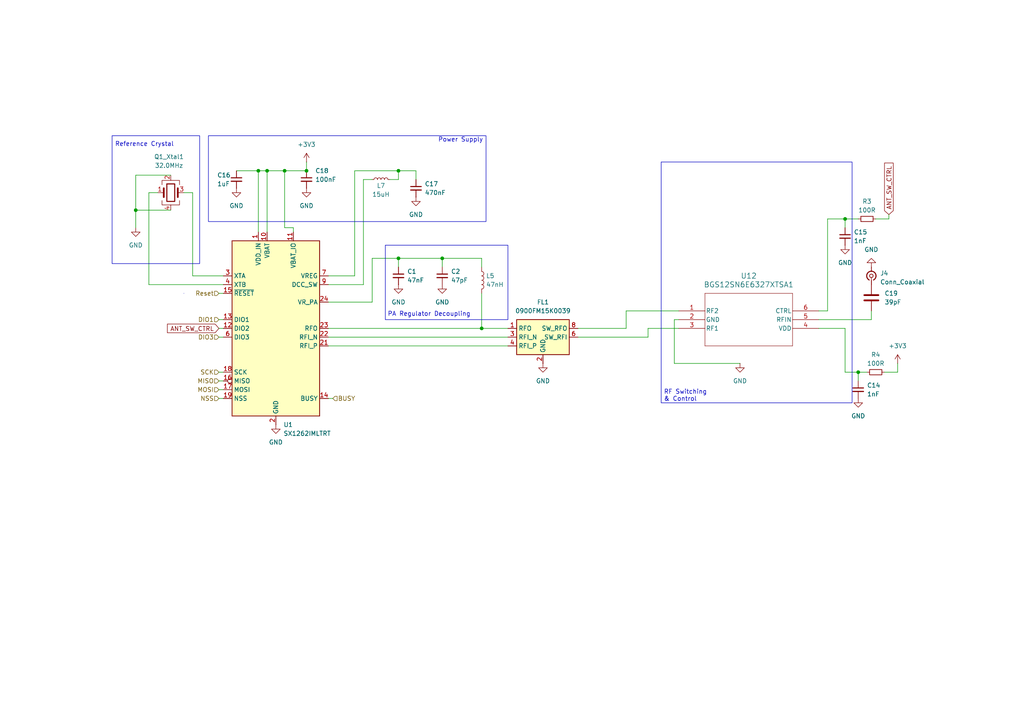
<source format=kicad_sch>
(kicad_sch (version 20231120) (generator "eeschema") (generator_version "8.0")
  (paper "A4")
  (title_block (title "LoRA Radio"))
  (lib_symbols
    (symbol "BGS12SN6:BGS12SN6E6327XTSA1" (pin_names (offset 0.254))
      (property "Reference" "U" (at 20.32 10.16 0))
      (property "Value" "BGS12SN6E6327XTSA1" (at 20.32 7.62 0))
      (symbol "BGS12SN6E6327XTSA1_0_1"
        (polyline (pts (xy 7.62 -10.16) (xy 33.02 -10.16)) (stroke (width 0.127)))
        (polyline (pts (xy 7.62 5.08) (xy 7.62 -10.16)) (stroke (width 0.127)))
        (polyline (pts (xy 33.02 -10.16) (xy 33.02 5.08)) (stroke (width 0.127)))
        (polyline (pts (xy 33.02 5.08) (xy 7.62 5.08)) (stroke (width 0.127)))
        (pin bidirectional line (at 0 0 0) (length 7.62) (name "RF2") (number "1"))
        (pin power_out line (at 0 -2.54 0) (length 7.62) (name "GND") (number "2"))
        (pin bidirectional line (at 0 -5.08 0) (length 7.62) (name "RF1") (number "3"))
        (pin power_in line (at 40.64 -5.08 180) (length 7.62) (name "VDD") (number "4"))
        (pin bidirectional line (at 40.64 -2.54 180) (length 7.62) (name "RFIN") (number "5"))
        (pin input line (at 40.64 0 180) (length 7.62) (name "CTRL") (number "6"))
      )
    )
    (symbol "Connector:Conn_Coaxial_Small" (pin_numbers hide) (pin_names (offset 1.016) hide)
      (property "Reference" "J" (at 0.254 3.048 0))
      (property "Value" "Conn_Coaxial_Small" (at 0 -3.81 0))
      (symbol "Conn_Coaxial_Small_0_1"
        (polyline (pts (xy -2.54 0) (xy -0.508 0)))
        (circle (center 0 0) (radius 0.508) (stroke (width 0.2032)))
      )
      (symbol "Conn_Coaxial_Small_1_1"
        (arc (start -1.1916 -0.6311) (mid 0.327 -1.3081) (end 1.3484 0.0039) (stroke (width 0.3048)))
        (arc (start 1.3484 -0.0039) (mid 0.327 1.3081) (end -1.1916 0.6311) (stroke (width 0.3048)))
        (pin passive line (at -2.54 0 0) (length 1.27) (name "In") (number "1"))
        (pin passive line (at 2.54 0 180) (length 1.27) (name "Ext") (number "2"))
      )
    )
    (symbol "Device:C" (pin_numbers hide) (pin_names (offset 0.254))
      (property "Reference" "C" (at 0.635 2.54 0))
      (property "Value" "C" (at 0.635 -2.54 0))
      (symbol "C_0_1"
        (polyline (pts (xy -2.032 -0.762) (xy 2.032 -0.762)) (stroke (width 0.508)))
        (polyline (pts (xy -2.032 0.762) (xy 2.032 0.762)) (stroke (width 0.508)))
      )
      (symbol "C_1_1"
        (pin passive line (at 0 3.81 270) (length 2.794) (name "~") (number "1"))
        (pin passive line (at 0 -3.81 90) (length 2.794) (name "~") (number "2"))
      )
    )
    (symbol "Device:C_Small" (pin_numbers hide) (pin_names (offset 0.254) hide)
      (property "Reference" "C" (at 0.254 1.778 0))
      (property "Value" "C_Small" (at 0.254 -2.032 0))
      (symbol "C_Small_0_1"
        (polyline (pts (xy -1.524 -0.508) (xy 1.524 -0.508)) (stroke (width 0.3302)))
        (polyline (pts (xy -1.524 0.508) (xy 1.524 0.508)) (stroke (width 0.3048)))
      )
      (symbol "C_Small_1_1"
        (pin passive line (at 0 2.54 270) (length 2.032) (name "~") (number "1"))
        (pin passive line (at 0 -2.54 90) (length 2.032) (name "~") (number "2"))
      )
    )
    (symbol "Device:Crystal_GND24" (pin_names (offset 1.016) hide)
      (property "Reference" "Y" (at 3.175 5.08 0))
      (property "Value" "Crystal_GND24" (at 3.175 3.175 0))
      (symbol "Crystal_GND24_0_1"
        (rectangle (start -1.143 2.54) (end 1.143 -2.54) (stroke (width 0.3048)))
        (polyline (pts (xy -2.54 0) (xy -2.032 0)))
        (polyline (pts (xy -2.032 -1.27) (xy -2.032 1.27)) (stroke (width 0.508)))
        (polyline (pts (xy 0 -3.81) (xy 0 -3.556)))
        (polyline (pts (xy 0 3.556) (xy 0 3.81)))
        (polyline (pts (xy 2.032 -1.27) (xy 2.032 1.27)) (stroke (width 0.508)))
        (polyline (pts (xy 2.032 0) (xy 2.54 0)))
        (polyline (pts (xy -2.54 -2.286) (xy -2.54 -3.556) (xy 2.54 -3.556) (xy 2.54 -2.286)))
        (polyline (pts (xy -2.54 2.286) (xy -2.54 3.556) (xy 2.54 3.556) (xy 2.54 2.286)))
      )
      (symbol "Crystal_GND24_1_1"
        (pin passive line (at -3.81 0 0) (length 1.27) (name "1") (number "1"))
        (pin passive line (at 0 5.08 270) (length 1.27) (name "2") (number "2"))
        (pin passive line (at 3.81 0 180) (length 1.27) (name "3") (number "3"))
        (pin passive line (at 0 -5.08 90) (length 1.27) (name "4") (number "4"))
      )
    )
    (symbol "Device:L" (pin_numbers hide) (pin_names (offset 1.016) hide)
      (property "Reference" "L" (at -1.27 0 90))
      (property "Value" "L" (at 1.905 0 90))
      (symbol "L_0_1"
        (arc (start 0 -2.54) (mid 0.6323 -1.905) (end 0 -1.27))
        (arc (start 0 -1.27) (mid 0.6323 -0.635) (end 0 0))
        (arc (start 0 0) (mid 0.6323 0.635) (end 0 1.27))
        (arc (start 0 1.27) (mid 0.6323 1.905) (end 0 2.54))
      )
      (symbol "L_1_1"
        (pin passive line (at 0 3.81 270) (length 1.27) (name "1") (number "1"))
        (pin passive line (at 0 -3.81 90) (length 1.27) (name "2") (number "2"))
      )
    )
    (symbol "Device:L_Small" (pin_numbers hide) (pin_names (offset 0.254) hide)
      (property "Reference" "L" (at 0.762 1.016 0))
      (property "Value" "L_Small" (at 0.762 -1.016 0))
      (symbol "L_Small_0_1"
        (arc (start 0 -2.032) (mid 0.5058 -1.524) (end 0 -1.016))
        (arc (start 0 -1.016) (mid 0.5058 -0.508) (end 0 0))
        (arc (start 0 0) (mid 0.5058 0.508) (end 0 1.016))
        (arc (start 0 1.016) (mid 0.5058 1.524) (end 0 2.032))
      )
      (symbol "L_Small_1_1"
        (pin passive line (at 0 2.54 270) (length 0.508) (name "~") (number "1"))
        (pin passive line (at 0 -2.54 90) (length 0.508) (name "~") (number "2"))
      )
    )
    (symbol "Device:R_Small" (pin_numbers hide) (pin_names (offset 0.254) hide)
      (property "Reference" "R" (at 0.762 0.508 0))
      (property "Value" "R_Small" (at 0.762 -1.016 0))
      (symbol "R_Small_0_1"
        (rectangle (start -0.762 1.778) (end 0.762 -1.778) (stroke (width 0.2032)))
      )
      (symbol "R_Small_1_1"
        (pin passive line (at 0 2.54 270) (length 0.762) (name "~") (number "1"))
        (pin passive line (at 0 -2.54 90) (length 0.762) (name "~") (number "2"))
      )
    )
    (symbol "Filter:0900FM15K0039"
      (property "Reference" "FL" (at -6.35 -6.35 0))
      (property "Value" "0900FM15K0039" (at 0 6.35 0))
      (symbol "0900FM15K0039_0_0"
        (pin passive line (at -10.16 2.54 0) (length 2.54) (name "RFO") (number "1"))
        (pin passive line (at 0 -7.62 90) (length 2.54) hide (name "GND") (number "10"))
        (pin power_in line (at 0 -7.62 90) (length 2.54) (name "GND") (number "2"))
        (pin passive line (at -10.16 0 0) (length 2.54) (name "RFI_N") (number "3"))
        (pin passive line (at -10.16 -2.54 0) (length 2.54) (name "RFI_P") (number "4"))
        (pin passive line (at 0 -7.62 90) (length 2.54) hide (name "GND") (number "5"))
        (pin passive line (at 10.16 0 180) (length 2.54) (name "SW_RFI") (number "6"))
        (pin passive line (at 0 -7.62 90) (length 2.54) hide (name "GND") (number "7"))
        (pin passive line (at 10.16 2.54 180) (length 2.54) (name "SW_RFO") (number "8"))
        (pin passive line (at 0 -7.62 90) (length 2.54) hide (name "GND") (number "9"))
      )
      (symbol "0900FM15K0039_0_1"
        (rectangle (start -7.62 5.08) (end 7.62 -5.08) (stroke (width 0.254)) (fill (type background)))
      )
    )
    (symbol "RF:SX1262IMLTRT"
      (property "Reference" "U" (at 13.97 24.13 0))
      (property "Value" "SX1262IMLTRT" (at 13.97 21.59 0))
      (symbol "SX1262IMLTRT_0_1"
        (rectangle (start -12.7 25.4) (end 12.7 -25.4) (stroke (width 0.254)) (fill (type background)))
      )
      (symbol "SX1262IMLTRT_1_1"
        (pin power_in line (at -5.08 27.94 270) (length 2.54) (name "VDD_IN") (number "1"))
        (pin power_in line (at -2.54 27.94 270) (length 2.54) (name "VBAT") (number "10"))
        (pin power_in line (at 5.08 27.94 270) (length 2.54) (name "VBAT_IO") (number "11"))
        (pin bidirectional line (at -15.24 0 0) (length 2.54) (name "DIO2") (number "12"))
        (pin bidirectional line (at -15.24 2.54 0) (length 2.54) (name "DIO1") (number "13"))
        (pin output line (at 15.24 -20.32 180) (length 2.54) (name "BUSY") (number "14"))
        (pin input line (at -15.24 10.16 0) (length 2.54) (name "~{RESET}") (number "15"))
        (pin tri_state inverted (at -15.24 -15.24 0) (length 2.54) (name "MISO") (number "16"))
        (pin input line (at -15.24 -17.78 0) (length 2.54) (name "MOSI") (number "17"))
        (pin input line (at -15.24 -12.7 0) (length 2.54) (name "SCK") (number "18"))
        (pin input line (at -15.24 -20.32 0) (length 2.54) (name "NSS") (number "19"))
        (pin power_in line (at 0 -27.94 90) (length 2.54) (name "GND") (number "2"))
        (pin passive line (at 0 -27.94 90) (length 2.54) hide (name "GND") (number "20"))
        (pin input line (at 15.24 -5.08 180) (length 2.54) (name "RFI_P") (number "21"))
        (pin input line (at 15.24 -2.54 180) (length 2.54) (name "RFI_N") (number "22"))
        (pin output line (at 15.24 0 180) (length 2.54) (name "RFO") (number "23"))
        (pin power_out line (at 15.24 7.62 180) (length 2.54) (name "VR_PA") (number "24"))
        (pin passive line (at 0 -27.94 90) (length 2.54) hide (name "GND") (number "25"))
        (pin bidirectional line (at -15.24 15.24 0) (length 2.54) (name "XTA") (number "3"))
        (pin bidirectional line (at -15.24 12.7 0) (length 2.54) (name "XTB") (number "4"))
        (pin passive line (at 0 -27.94 90) (length 2.54) hide (name "GND") (number "5"))
        (pin bidirectional line (at -15.24 -2.54 0) (length 2.54) (name "DIO3") (number "6"))
        (pin power_out line (at 15.24 15.24 180) (length 2.54) (name "VREG") (number "7"))
        (pin passive line (at 0 -27.94 90) (length 2.54) hide (name "GND") (number "8"))
        (pin power_out line (at 15.24 12.7 180) (length 2.54) (name "DCC_SW") (number "9"))
      )
    )
    (symbol "power:+3V3" (power) (pin_numbers hide) (pin_names (offset 0) hide)
      (property "Value" "+3V3" (at 0 3.556 0))
      (symbol "+3V3_0_1"
        (polyline (pts (xy -0.762 1.27) (xy 0 2.54)))
        (polyline (pts (xy 0 0) (xy 0 2.54)))
        (polyline (pts (xy 0 2.54) (xy 0.762 1.27)))
      )
      (symbol "+3V3_1_1"
        (pin power_in line (at 0 0 90) (length 0) (name "~") (number "1"))
      )
    )
    (symbol "power:GND" (power) (pin_numbers hide) (pin_names (offset 0) hide)
      (property "Value" "GND" (at 0 -3.81 0))
      (symbol "GND_0_1"
        (polyline (pts (xy 0 0) (xy 0 -1.27) (xy 1.27 -1.27) (xy 0 -2.54) (xy -1.27 -1.27) (xy 0 -1.27)))
      )
      (symbol "GND_1_1"
        (pin power_in line (at 0 0 270) (length 0) (name "~") (number "1"))
      )
    )
  )
  (junction (at 39.37 60.96))
  (junction (at 88.9 49.53))
  (junction (at 77.47 49.53))
  (junction (at 128.27 74.93))
  (junction (at 245.11 63.5))
  (junction (at 248.92 107.95))
  (junction (at 115.57 74.93))
  (junction (at 82.55 49.53))
  (junction (at 115.57 49.53))
  (junction (at 139.7 95.25))
  (junction (at 74.93 49.53))
  (wire (pts (xy 63.5 115.57) (xy 64.77 115.57)))
  (wire (pts (xy 128.27 74.93) (xy 139.7 74.93)))
  (wire (pts (xy 43.18 82.55) (xy 64.77 82.55)))
  (wire (pts (xy 128.27 77.47) (xy 128.27 74.93)))
  (wire (pts (xy 181.61 95.25) (xy 167.64 95.25)))
  (wire (pts (xy 139.7 85.09) (xy 139.7 95.25)))
  (wire (pts (xy 39.37 50.8) (xy 39.37 60.96)))
  (wire (pts (xy 105.41 82.55) (xy 95.25 82.55)))
  (wire (pts (xy 195.58 105.41) (xy 214.63 105.41)))
  (wire (pts (xy 63.5 92.71) (xy 64.77 92.71)))
  (wire (pts (xy 113.03 52.07) (xy 115.57 52.07)))
  (wire (pts (xy 139.7 77.47) (xy 139.7 74.93)))
  (wire (pts (xy 257.81 62.23) (xy 257.81 63.5)))
  (wire (pts (xy 85.09 67.31) (xy 85.09 66.04)))
  (wire (pts (xy 260.35 105.41) (xy 260.35 107.95)))
  (wire (pts (xy 95.25 87.63) (xy 107.95 87.63)))
  (wire (pts (xy 245.11 95.25) (xy 237.49 95.25)))
  (wire (pts (xy 256.54 107.95) (xy 260.35 107.95)))
  (wire (pts (xy 187.96 97.79) (xy 187.96 95.25)))
  (wire (pts (xy 252.73 92.71) (xy 252.73 90.17)))
  (wire (pts (xy 195.58 92.71) (xy 195.58 105.41)))
  (wire (pts (xy 77.47 49.53) (xy 77.47 67.31)))
  (wire (pts (xy 68.58 49.53) (xy 74.93 49.53)))
  (wire (pts (xy 115.57 49.53) (xy 115.57 52.07)))
  (wire (pts (xy 49.53 50.8) (xy 39.37 50.8)))
  (wire (pts (xy 240.03 90.17) (xy 237.49 90.17)))
  (wire (pts (xy 120.65 49.53) (xy 120.65 52.07)))
  (wire (pts (xy 181.61 90.17) (xy 196.85 90.17)))
  (wire (pts (xy 105.41 52.07) (xy 107.95 52.07)))
  (wire (pts (xy 74.93 49.53) (xy 74.93 67.31)))
  (wire (pts (xy 167.64 97.79) (xy 187.96 97.79)))
  (wire (pts (xy 63.5 85.09) (xy 64.77 85.09)))
  (wire (pts (xy 187.96 95.25) (xy 196.85 95.25)))
  (wire (pts (xy 245.11 63.5) (xy 245.11 66.04)))
  (wire (pts (xy 88.9 46.99) (xy 88.9 49.53)))
  (wire (pts (xy 82.55 49.53) (xy 88.9 49.53)))
  (wire (pts (xy 95.25 95.25) (xy 139.7 95.25)))
  (wire (pts (xy 63.5 110.49) (xy 64.77 110.49)))
  (wire (pts (xy 82.55 49.53) (xy 82.55 66.04)))
  (wire (pts (xy 245.11 63.5) (xy 248.92 63.5)))
  (wire (pts (xy 195.58 92.71) (xy 196.85 92.71)))
  (wire (pts (xy 74.93 49.53) (xy 77.47 49.53)))
  (wire (pts (xy 63.5 97.79) (xy 64.77 97.79)))
  (wire (pts (xy 39.37 60.96) (xy 39.37 66.04)))
  (wire (pts (xy 102.87 49.53) (xy 115.57 49.53)))
  (wire (pts (xy 45.72 55.88) (xy 43.18 55.88)))
  (wire (pts (xy 77.47 49.53) (xy 82.55 49.53)))
  (wire (pts (xy 102.87 49.53) (xy 102.87 80.01)))
  (wire (pts (xy 55.88 55.88) (xy 53.34 55.88)))
  (wire (pts (xy 107.95 74.93) (xy 115.57 74.93)))
  (wire (pts (xy 248.92 107.95) (xy 248.92 110.49)))
  (wire (pts (xy 63.5 107.95) (xy 64.77 107.95)))
  (wire (pts (xy 139.7 95.25) (xy 147.32 95.25)))
  (wire (pts (xy 257.81 63.5) (xy 254 63.5)))
  (wire (pts (xy 55.88 80.01) (xy 64.77 80.01)))
  (wire (pts (xy 240.03 63.5) (xy 245.11 63.5)))
  (wire (pts (xy 55.88 55.88) (xy 55.88 80.01)))
  (wire (pts (xy 115.57 49.53) (xy 120.65 49.53)))
  (wire (pts (xy 102.87 80.01) (xy 95.25 80.01)))
  (wire (pts (xy 63.5 113.03) (xy 64.77 113.03)))
  (wire (pts (xy 95.25 100.33) (xy 147.32 100.33)))
  (wire (pts (xy 43.18 55.88) (xy 43.18 82.55)))
  (wire (pts (xy 237.49 92.71) (xy 252.73 92.71)))
  (wire (pts (xy 96.52 115.57) (xy 95.25 115.57)))
  (wire (pts (xy 63.5 95.25) (xy 64.77 95.25)))
  (wire (pts (xy 105.41 52.07) (xy 105.41 82.55)))
  (wire (pts (xy 245.11 107.95) (xy 248.92 107.95)))
  (wire (pts (xy 85.09 66.04) (xy 82.55 66.04)))
  (wire (pts (xy 95.25 97.79) (xy 147.32 97.79)))
  (wire (pts (xy 115.57 74.93) (xy 128.27 74.93)))
  (wire (pts (xy 115.57 77.47) (xy 115.57 74.93)))
  (wire (pts (xy 181.61 90.17) (xy 181.61 95.25)))
  (wire (pts (xy 245.11 107.95) (xy 245.11 95.25)))
  (wire (pts (xy 107.95 87.63) (xy 107.95 74.93)))
  (wire (pts (xy 240.03 63.5) (xy 240.03 90.17)))
  (wire (pts (xy 248.92 107.95) (xy 251.46 107.95)))
  (wire (pts (xy 49.53 60.96) (xy 39.37 60.96)))
  (rectangle (start 111.76 71.12) (end 147.32 92.71))
  (rectangle (start 53.34 85.09) (end 53.34 85.09))
  (rectangle (start 32.512 39.37) (end 57.912 76.454))
  (rectangle (start 191.77 46.99) (end 247.142 116.84))
  (rectangle (start 60.452 39.37) (end 140.97 64.262))
  (text "RF Switching\n& Control" (at 192.532 114.808 0) (effects (font (size 1.27 1.27)) (justify left)))
  (text "Reference Crystal" (at 41.91 41.91 0) (effects (font (size 1.27 1.27))))
  (text "PA Regulator Decoupling" (at 124.46 91.186 0) (effects (font (size 1.27 1.27))))
  (text "Power Supply" (at 133.604 40.64 0) (effects (font (size 1.27 1.27))))
  (global_label "ANT_SW_CTRL" (shape input) (at 257.81 62.23 90) (property "Intersheetrefs" "${INTERSHEET_REFS}" (effects (hide yes))))
  (global_label "ANT_SW_CTRL" (shape input) (at 63.5 95.25 180) (property "Intersheetrefs" "${INTERSHEET_REFS}" (effects (hide yes))))
  (hierarchical_label "MOSI" (shape input) (at 63.5 113.03 180))
  (hierarchical_label "BUSY" (shape input) (at 96.52 115.57 0))
  (hierarchical_label "DIO3" (shape input) (at 63.5 97.79 180))
  (hierarchical_label "Reset" (shape input) (at 63.5 85.09 180))
  (hierarchical_label "SCK" (shape input) (at 63.5 107.95 180))
  (hierarchical_label "NSS" (shape input) (at 63.5 115.57 180))
  (hierarchical_label "MISO" (shape input) (at 63.5 110.49 180))
  (hierarchical_label "DIO1" (shape input) (at 63.5 92.71 180))
  (symbol (lib_id "Device:C_Small") (at 248.92 113.03 0) (unit 1)
    (property "Reference" "C14" (at 251.46 111.7662 0) (effects (justify left)))
    (property "Value" "1nF" (at 251.46 114.3062 0) (effects (justify left)))
    (property "Footprint" "Capacitor_SMD:C_0402_1005Metric" (effects (hide yes)))
    (property "Description" "Unpolarized capacitor, small symbol" (effects (hide yes)))
  )
  (symbol (lib_id "Device:C_Small") (at 245.11 68.58 0) (unit 1)
    (property "Reference" "C15" (at 247.65 67.3162 0) (effects (justify left)))
    (property "Value" "1nF" (at 247.65 69.8562 0) (effects (justify left)))
    (property "Footprint" "Capacitor_SMD:C_0402_1005Metric" (effects (hide yes)))
    (property "Description" "Unpolarized capacitor, small symbol" (effects (hide yes)))
  )
  (symbol (lib_id "power:GND") (at 115.57 82.55 0) (unit 1)
    (property "Reference" "#PWR08" (effects (hide yes)))
    (property "Value" "GND" (at 115.57 87.63 0))
    (property "Description" "Power symbol creates a global label with name \"GND\" , ground" (effects (hide yes)))
  )
  (symbol (lib_id "power:+3V3") (at 260.35 105.41 0) (unit 1)
    (property "Reference" "#PWR053" (effects (hide yes)))
    (property "Value" "+3V3" (at 260.35 100.33 0))
    (property "Description" "Power symbol creates a global label with name \"+3V3\"" (effects (hide yes)))
  )
  (symbol (lib_id "RF:SX1262IMLTRT") (at 80.01 95.25 0) (unit 1)
    (property "Reference" "U1" (at 82.2041 123.19 0) (effects (justify left)))
    (property "Value" "SX1262IMLTRT" (at 82.2041 125.73 0) (effects (justify left)))
    (property "Footprint" "Package_DFN_QFN:QFN-24-1EP_4x4mm_P0.5mm_EP2.6x2.6mm" (effects (hide yes)))
    (property "Datasheet" "https://semtech.file.force.com/sfc/dist/version/download/?oid=00DE0000000JelG&ids=0682R00000IjPWSQA3&d=%2Fa%2F2R000000Un7F%2FyT.fKdAr9ZAo3cJLc4F2cBdUsMftpT2vsOICP7NmvMo" (effects (hide yes)))
    (property "Description" "150 MHz to 960 MHz Low Power Long Range Transceiver, 22dBm output power, spreading factor from 5 to 12, LoRA, QFN-24" (effects (hide yes)))
  )
  (symbol (lib_id "power:GND") (at 252.73 77.47 180) (unit 1)
    (property "Reference" "#PWR052" (effects (hide yes)))
    (property "Value" "GND" (at 252.73 72.39 0))
    (property "Description" "Power symbol creates a global label with name \"GND\" , ground" (effects (hide yes)))
  )
  (symbol (lib_id "Device:R_Small") (at 251.46 63.5 90) (unit 1)
    (property "Reference" "R3" (at 251.46 58.42 90))
    (property "Value" "100R" (at 251.46 60.96 90))
    (property "Footprint" "Resistor_SMD:R_0402_1005Metric" (effects (hide yes)))
    (property "Description" "Resistor, small symbol" (effects (hide yes)))
  )
  (symbol (lib_id "BGS12SN6:BGS12SN6E6327XTSA1") (at 196.85 90.17 0) (unit 1)
    (property "Reference" "U12" (at 217.17 80.01 0) (effects (font (size 1.524 1.524))))
    (property "Value" "BGS12SN6E6327XTSA1" (at 217.17 82.55 0) (effects (font (size 1.524 1.524))))
    (property "Footprint" "BGS12SN6:TSNP-6-2&slash_-8_INF" (effects (hide yes)))
    (property "Datasheet" "BGS12SN6E6327XTSA1" (effects (hide yes)))
  )
  (symbol (lib_id "power:GND") (at 128.27 82.55 0) (unit 1)
    (property "Reference" "#PWR09" (effects (hide yes)))
    (property "Value" "GND" (at 128.27 87.63 0))
    (property "Description" "Power symbol creates a global label with name \"GND\" , ground" (effects (hide yes)))
  )
  (symbol (lib_id "Device:C") (at 252.73 86.36 0) (unit 1)
    (property "Reference" "C19" (at 256.54 85.0899 0) (effects (justify left)))
    (property "Value" "39pF" (at 256.54 87.6299 0) (effects (justify left)))
    (property "Footprint" "Capacitor_SMD:C_0402_1005Metric" (effects (hide yes)))
    (property "Description" "Unpolarized capacitor" (effects (hide yes)))
  )
  (symbol (lib_id "power:GND") (at 120.65 57.15 0) (unit 1)
    (property "Reference" "#PWR06" (effects (hide yes)))
    (property "Value" "GND" (at 120.65 62.23 0))
    (property "Description" "Power symbol creates a global label with name \"GND\" , ground" (effects (hide yes)))
  )
  (symbol (lib_id "power:GND") (at 39.37 66.04 0) (unit 1)
    (property "Reference" "#PWR01" (effects (hide yes)))
    (property "Value" "GND" (at 39.37 71.12 0))
    (property "Description" "Power symbol creates a global label with name \"GND\" , ground" (effects (hide yes)))
  )
  (symbol (lib_id "Device:Crystal_GND24") (at 49.53 55.88 0) (unit 1)
    (property "Reference" "Q1_Xtal1" (at 49.022 45.466 0))
    (property "Value" "32.0MHz" (at 49.022 48.006 0))
    (property "Footprint" "Crystal:Crystal_SMD_2016-4Pin_2.0x1.6mm" (effects (hide yes)))
    (property "Description" "Four pin crystal, GND on pins 2 and 4" (effects (hide yes)))
  )
  (symbol (lib_id "power:GND") (at 80.01 123.19 0) (unit 1)
    (property "Reference" "#PWR07" (effects (hide yes)))
    (property "Value" "GND" (at 80.01 128.27 0))
    (property "Description" "Power symbol creates a global label with name \"GND\" , ground" (effects (hide yes)))
  )
  (symbol (lib_id "Device:L") (at 139.7 81.28 0) (unit 1)
    (property "Reference" "L5" (at 140.97 80.0099 0) (effects (justify left)))
    (property "Value" "47nH" (at 140.97 82.5499 0) (effects (justify left)))
    (property "Footprint" "Inductor_SMD:L_0402_1005Metric" (effects (hide yes)))
    (property "Description" "Inductor" (effects (hide yes)))
  )
  (symbol (lib_id "Device:C_Small") (at 128.27 80.01 0) (unit 1)
    (property "Reference" "C2" (at 130.81 78.7462 0) (effects (justify left)))
    (property "Value" "47pF" (at 130.81 81.2862 0) (effects (justify left)))
    (property "Footprint" "Capacitor_SMD:C_0402_1005Metric" (effects (hide yes)))
    (property "Description" "Unpolarized capacitor, small symbol" (effects (hide yes)))
  )
  (symbol (lib_id "Device:R_Small") (at 254 107.95 90) (unit 1)
    (property "Reference" "R4" (at 254 102.87 90))
    (property "Value" "100R" (at 254 105.41 90))
    (property "Footprint" "Resistor_SMD:R_0402_1005Metric" (effects (hide yes)))
    (property "Description" "Resistor, small symbol" (effects (hide yes)))
  )
  (symbol (lib_id "power:GND") (at 214.63 105.41 0) (unit 1)
    (property "Reference" "#PWR013" (effects (hide yes)))
    (property "Value" "GND" (at 214.63 110.49 0))
    (property "Description" "Power symbol creates a global label with name \"GND\" , ground" (effects (hide yes)))
  )
  (symbol (lib_id "Device:C_Small") (at 115.57 80.01 0) (unit 1)
    (property "Reference" "C1" (at 118.11 78.7462 0) (effects (justify left)))
    (property "Value" "47nF" (at 118.11 81.2862 0) (effects (justify left)))
    (property "Footprint" "Capacitor_SMD:C_0402_1005Metric" (effects (hide yes)))
    (property "Description" "Unpolarized capacitor, small symbol" (effects (hide yes)))
  )
  (symbol (lib_id "power:+3V3") (at 88.9 46.99 0) (unit 1)
    (property "Reference" "#PWR046" (effects (hide yes)))
    (property "Value" "+3V3" (at 88.9 41.91 0))
    (property "Description" "Power symbol creates a global label with name \"+3V3\"" (effects (hide yes)))
  )
  (symbol (lib_id "Filter:0900FM15K0039") (at 157.48 97.79 0) (unit 1)
    (property "Reference" "FL1" (at 157.48 87.63 0))
    (property "Value" "0900FM15K0039" (at 157.48 90.17 0))
    (property "Footprint" "RF_Converter:Balun_Johanson_0900FM15K0039" (effects (hide yes)))
    (property "Datasheet" "https://www.johansontechnology.com/datasheets/0900FM15K0039/0900FM15K0039.pdf" (effects (hide yes)))
    (property "Description" "868MHz/915MHz Sub-GHz Impedance Matched Filter integrated passive for Semtech SX1261, SX1262, LLCC68" (effects (hide yes)))
  )
  (symbol (lib_id "power:GND") (at 245.11 71.12 0) (unit 1)
    (property "Reference" "#PWR018" (effects (hide yes)))
    (property "Value" "GND" (at 245.11 76.2 0))
    (property "Description" "Power symbol creates a global label with name \"GND\" , ground" (effects (hide yes)))
  )
  (symbol (lib_id "power:GND") (at 248.92 115.57 0) (unit 1)
    (property "Reference" "#PWR017" (effects (hide yes)))
    (property "Value" "GND" (at 248.92 120.65 0))
    (property "Description" "Power symbol creates a global label with name \"GND\" , ground" (effects (hide yes)))
  )
  (symbol (lib_id "Device:L_Small") (at 110.49 52.07 90) (unit 1)
    (property "Reference" "L7" (at 110.49 53.848 90))
    (property "Value" "15uH" (at 110.49 56.388 90))
    (property "Footprint" "Inductor_SMD:L_0805_2012Metric" (effects (hide yes)))
    (property "Description" "Inductor, small symbol" (effects (hide yes)))
  )
  (symbol (lib_id "Connector:Conn_Coaxial_Small") (at 252.73 80.01 90) (unit 1)
    (property "Reference" "J4" (at 255.27 79.2594 90) (effects (justify right)))
    (property "Value" "Conn_Coaxial" (at 255.27 81.7994 90) (effects (justify right)))
    (property "Footprint" "Connector_Coaxial:U.FL_Molex_MCRF_73412-0110_Vertical" (effects (hide yes)))
    (property "Datasheet" " ~" (effects (hide yes)))
    (property "Description" "small coaxial connector (BNC, SMA, SMB, SMC, Cinch/RCA, LEMO, ...)" (effects (hide yes)))
  )
  (symbol (lib_id "power:GND") (at 68.58 54.61 0) (unit 1)
    (property "Reference" "#PWR03" (effects (hide yes)))
    (property "Value" "GND" (at 68.58 59.69 0))
    (property "Description" "Power symbol creates a global label with name \"GND\" , ground" (effects (hide yes)))
  )
  (symbol (lib_id "Device:C_Small") (at 68.58 52.07 0) (unit 1)
    (property "Reference" "C16" (at 62.992 50.8 0) (effects (justify left)))
    (property "Value" "1uF" (at 62.992 53.34 0) (effects (justify left)))
    (property "Footprint" "Capacitor_SMD:C_0402_1005Metric" (effects (hide yes)))
    (property "Description" "Unpolarized capacitor, small symbol" (effects (hide yes)))
  )
  (symbol (lib_id "Device:C_Small") (at 88.9 52.07 0) (unit 1)
    (property "Reference" "C18" (at 91.44 49.53 0) (effects (justify left)))
    (property "Value" "100nF" (at 91.44 52.07 0) (effects (justify left)))
    (property "Footprint" "Capacitor_SMD:C_0402_1005Metric" (effects (hide yes)))
    (property "Description" "Unpolarized capacitor, small symbol" (effects (hide yes)))
  )
  (symbol (lib_id "Device:C_Small") (at 120.65 54.61 0) (unit 1)
    (property "Reference" "C17" (at 123.19 53.3462 0) (effects (justify left)))
    (property "Value" "470nF" (at 123.19 55.8862 0) (effects (justify left)))
    (property "Footprint" "Capacitor_SMD:C_0402_1005Metric" (effects (hide yes)))
    (property "Description" "Unpolarized capacitor, small symbol" (effects (hide yes)))
  )
  (symbol (lib_id "power:GND") (at 88.9 54.61 0) (unit 1)
    (property "Reference" "#PWR05" (effects (hide yes)))
    (property "Value" "GND" (at 88.9 59.69 0))
    (property "Description" "Power symbol creates a global label with name \"GND\" , ground" (effects (hide yes)))
  )
  (symbol (lib_id "power:GND") (at 157.48 105.41 0) (unit 1)
    (property "Reference" "#PWR048" (effects (hide yes)))
    (property "Value" "GND" (at 157.48 110.49 0))
    (property "Description" "Power symbol creates a global label with name \"GND\" , ground" (effects (hide yes)))
  )
)
</source>
